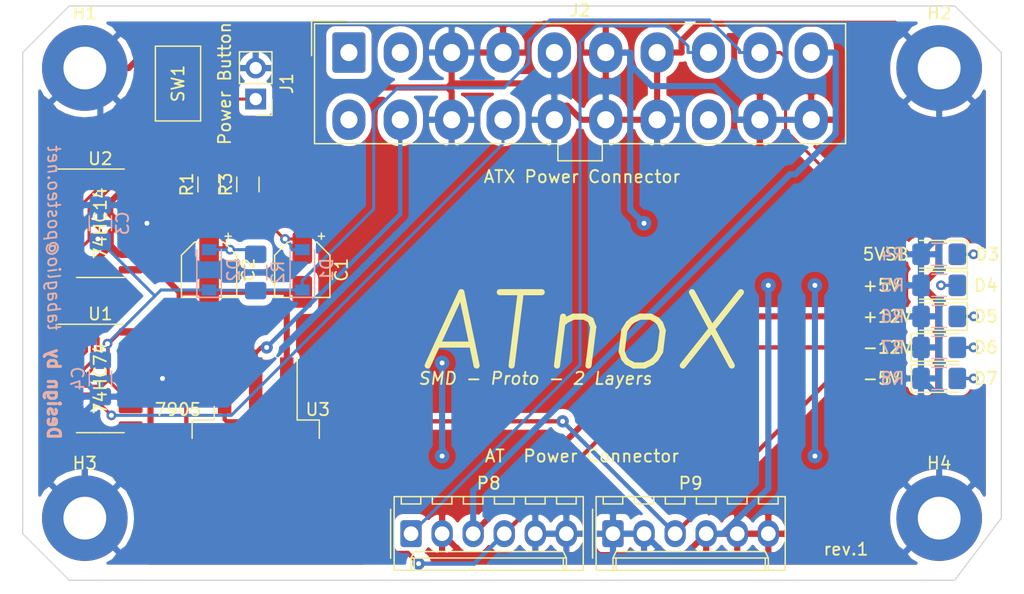
<source format=kicad_pcb>
(kicad_pcb (version 20171130) (host pcbnew "(5.1.5)-3")
  (layers (0 F.Cu signal) (31 B.Cu signal) (34 B.Paste user) (35 F.Paste user) (36 B.SilkS user) (37 F.SilkS user) (38 B.Mask user) (39 F.Mask user) (44 Edge.Cuts user))
  (net 0 "")
  (net 1 GND)
  (net 2 "Net-(C1-Pad1)")
  (net 3 "Net-(C2-Pad1)")
  (net 4 /5VSB)
  (net 5 "Net-(D3-Pad1)")
  (net 6 VCC)
  (net 7 "Net-(D4-Pad1)")
  (net 8 "Net-(D5-Pad1)")
  (net 9 "Net-(D6-Pad2)")
  (net 10 /-12V)
  (net 11 "Net-(D7-Pad2)")
  (net 12 /-5V)
  (net 13 /PWR_SW)
  (net 14 /~PS_ON)
  (net 15 /+12V)
  (net 16 /PWR_OK)
  (net 17 "Net-(U1-Pad2)")
  (net 18 "Net-(U1-Pad4)")
  (net 19 "Net-(U1-Pad3)")
  (net 20 "Net-(U2-Pad4)")
  (module Capacitor_SMD:CP_Elec_4x5.3 (layer F.Cu) (at 115.57 88.9 270)
    (fp_text reference C2 (at 0 -3.2 90) (layer F.SilkS))
    (fp_text value 10uF)
    (pad 2 smd roundrect (at 1.8 0 270) (size 2.6 1.6) (layers F.Cu F.Paste F.Mask) (roundrect_rratio 0.15625) (net 1 GND))
    (pad 1 smd roundrect (at -1.8 0 270) (size 2.6 1.6) (layers F.Cu F.Paste F.Mask) (roundrect_rratio 0.15625) (net 3 "Net-(C2-Pad1)"))
  )
  (module Capacitor_SMD:CP_Elec_4x5.3 (layer F.Cu) (at 123.19 88.9 270)
    (fp_text reference C1 (at 0 -3.2 90) (layer F.SilkS))
    (fp_text value 1uF)
    (pad 2 smd roundrect (at 1.8 0 270) (size 2.6 1.6) (layers F.Cu F.Paste F.Mask) (roundrect_rratio 0.15625) (net 1 GND))
    (pad 1 smd roundrect (at -1.8 0 270) (size 2.6 1.6) (layers F.Cu F.Paste F.Mask) (roundrect_rratio 0.15625) (net 2 "Net-(C1-Pad1)"))
  )
  (module Package_TO_SOT_SMD:TO-263-3_TabPin2 (layer F.Cu) (at 119.38 104.14 270)
    (fp_text reference U3 (at -3.81 -5.08) (layer F.SilkS))
    (fp_text value L7905)
    (pad 2 smd rect (at 3.375 0 270) (size 9.4 10.8) (layers F.Cu F.Mask) (net 10 /-12V))
    (pad 3 smd rect (at -5.775 2.54 270) (size 4.6 1.1) (layers F.Cu F.Paste F.Mask) (net 12 /-5V))
    (pad 2 smd rect (at -5.775 0 270) (size 4.6 1.1) (layers F.Cu F.Paste F.Mask) (net 10 /-12V))
    (pad 1 smd rect (at -5.775 -2.54 270) (size 4.6 1.1) (layers F.Cu F.Paste F.Mask) (net 1 GND))
  )
  (module Package_SO:SOIC-14_3.9x8.7mm_P1.27mm (layer F.Cu) (at 106.68 85.09)
    (fp_text reference U2 (at 0 -5.28) (layer F.SilkS))
    (fp_text value 74LS14)
    (pad 14 smd roundrect (at 2.475 -3.81) (size 1.95 0.6) (layers F.Cu F.Paste F.Mask) (net 4 /5VSB))
    (pad 13 smd roundrect (at 2.475 -2.54) (size 1.95 0.6) (layers F.Cu F.Paste F.Mask) (net 1 GND))
    (pad 12 smd roundrect (at 2.475 -1.27) (size 1.95 0.6) (layers F.Cu F.Paste F.Mask))
    (pad 11 smd roundrect (at 2.475 0) (size 1.95 0.6) (layers F.Cu F.Paste F.Mask) (net 1 GND))
    (pad 10 smd roundrect (at 2.475 1.27) (size 1.95 0.6) (layers F.Cu F.Paste F.Mask))
    (pad 9 smd roundrect (at 2.475 2.54) (size 1.95 0.6) (layers F.Cu F.Paste F.Mask) (net 1 GND))
    (pad 8 smd roundrect (at 2.475 3.81) (size 1.95 0.6) (layers F.Cu F.Paste F.Mask))
    (pad 7 smd roundrect (at -2.475 3.81) (size 1.95 0.6) (layers F.Cu F.Paste F.Mask) (net 1 GND))
    (pad 6 smd roundrect (at -2.475 2.54) (size 1.95 0.6) (layers F.Cu F.Paste F.Mask) (net 18 "Net-(U1-Pad4)"))
    (pad 5 smd roundrect (at -2.475 1.27) (size 1.95 0.6) (layers F.Cu F.Paste F.Mask) (net 20 "Net-(U2-Pad4)"))
    (pad 4 smd roundrect (at -2.475 0) (size 1.95 0.6) (layers F.Cu F.Paste F.Mask) (net 20 "Net-(U2-Pad4)"))
    (pad 3 smd roundrect (at -2.475 -1.27) (size 1.95 0.6) (layers F.Cu F.Paste F.Mask) (net 3 "Net-(C2-Pad1)"))
    (pad 2 smd roundrect (at -2.475 -2.54) (size 1.95 0.6) (layers F.Cu F.Paste F.Mask) (net 19 "Net-(U1-Pad3)"))
    (pad 1 smd roundrect (at -2.475 -3.81) (size 1.95 0.6) (layers F.Cu F.Paste F.Mask) (net 2 "Net-(C1-Pad1)"))
  )
  (module Package_SO:SOIC-14_3.9x8.7mm_P1.27mm (layer F.Cu) (at 106.68 97.79)
    (fp_text reference U1 (at 0 -5.28) (layer F.SilkS))
    (fp_text value 74LS74)
    (pad 14 smd roundrect (at 2.475 -3.81) (size 1.95 0.6) (layers F.Cu F.Paste F.Mask) (net 4 /5VSB))
    (pad 13 smd roundrect (at 2.475 -2.54) (size 1.95 0.6) (layers F.Cu F.Paste F.Mask) (net 1 GND))
    (pad 12 smd roundrect (at 2.475 -1.27) (size 1.95 0.6) (layers F.Cu F.Paste F.Mask) (net 1 GND))
    (pad 11 smd roundrect (at 2.475 0) (size 1.95 0.6) (layers F.Cu F.Paste F.Mask) (net 1 GND))
    (pad 10 smd roundrect (at 2.475 1.27) (size 1.95 0.6) (layers F.Cu F.Paste F.Mask) (net 4 /5VSB))
    (pad 9 smd roundrect (at 2.475 2.54) (size 1.95 0.6) (layers F.Cu F.Paste F.Mask))
    (pad 8 smd roundrect (at 2.475 3.81) (size 1.95 0.6) (layers F.Cu F.Paste F.Mask))
    (pad 7 smd roundrect (at -2.475 3.81) (size 1.95 0.6) (layers F.Cu F.Paste F.Mask) (net 1 GND))
    (pad 6 smd roundrect (at -2.475 2.54) (size 1.95 0.6) (layers F.Cu F.Paste F.Mask) (net 17 "Net-(U1-Pad2)"))
    (pad 5 smd roundrect (at -2.475 1.27) (size 1.95 0.6) (layers F.Cu F.Paste F.Mask) (net 14 /~PS_ON))
    (pad 4 smd roundrect (at -2.475 0) (size 1.95 0.6) (layers F.Cu F.Paste F.Mask) (net 18 "Net-(U1-Pad4)"))
    (pad 3 smd roundrect (at -2.475 -1.27) (size 1.95 0.6) (layers F.Cu F.Paste F.Mask) (net 19 "Net-(U1-Pad3)"))
    (pad 2 smd roundrect (at -2.475 -2.54) (size 1.95 0.6) (layers F.Cu F.Paste F.Mask) (net 17 "Net-(U1-Pad2)"))
    (pad 1 smd roundrect (at -2.475 -3.81) (size 1.95 0.6) (layers F.Cu F.Paste F.Mask) (net 4 /5VSB))
  )
  (module Button_Switch_SMD:SW_SPST_CK_RS282G05A3 (layer F.Cu) (at 113.03 73.66 270)
    (fp_text reference SW1 (at 0 0 90) (layer F.SilkS))
    (fp_text value Power)
    (pad 2 smd rect (at 3.9 0 270) (size 1.5 1.5) (layers F.Cu F.Paste F.Mask) (net 13 /PWR_SW))
    (pad 1 smd rect (at -3.9 0 270) (size 1.5 1.5) (layers F.Cu F.Paste F.Mask) (net 1 GND))
  )
  (module Resistor_SMD:R_1206_3216Metric_Pad1.42x1.75mm_HandSolder (layer B.Cu) (at 175.26 97.79)
    (fp_text reference R8 (at -3.81 0) (layer B.SilkS) (effects (justify mirror)))
    (fp_text value 680)
    (pad 2 smd roundrect (at 1.4875 0) (size 1.425 1.75) (layers B.Cu B.Paste B.Mask) (roundrect_rratio 0.175439) (net 11 "Net-(D7-Pad2)"))
    (pad 1 smd roundrect (at -1.4875 0) (size 1.425 1.75) (layers B.Cu B.Paste B.Mask) (roundrect_rratio 0.175439) (net 1 GND))
  )
  (module Resistor_SMD:R_1206_3216Metric_Pad1.42x1.75mm_HandSolder (layer B.Cu) (at 175.26 95.25)
    (fp_text reference R7 (at -3.81 0) (layer B.SilkS) (effects (justify mirror)))
    (fp_text value 2k2)
    (pad 2 smd roundrect (at 1.4875 0) (size 1.425 1.75) (layers B.Cu B.Paste B.Mask) (roundrect_rratio 0.175439) (net 9 "Net-(D6-Pad2)"))
    (pad 1 smd roundrect (at -1.4875 0) (size 1.425 1.75) (layers B.Cu B.Paste B.Mask) (roundrect_rratio 0.175439) (net 1 GND))
  )
  (module Resistor_SMD:R_1206_3216Metric_Pad1.42x1.75mm_HandSolder (layer B.Cu) (at 175.26 92.71)
    (fp_text reference R6 (at -3.81 0) (layer B.SilkS) (effects (justify mirror)))
    (fp_text value 2k2)
    (pad 2 smd roundrect (at 1.4875 0) (size 1.425 1.75) (layers B.Cu B.Paste B.Mask) (roundrect_rratio 0.175439) (net 8 "Net-(D5-Pad1)"))
    (pad 1 smd roundrect (at -1.4875 0) (size 1.425 1.75) (layers B.Cu B.Paste B.Mask) (roundrect_rratio 0.175439) (net 1 GND))
  )
  (module Resistor_SMD:R_1206_3216Metric_Pad1.42x1.75mm_HandSolder (layer B.Cu) (at 175.26 90.17)
    (fp_text reference R5 (at -3.81 0) (layer B.SilkS) (effects (justify mirror)))
    (fp_text value 470)
    (pad 2 smd roundrect (at 1.4875 0) (size 1.425 1.75) (layers B.Cu B.Paste B.Mask) (roundrect_rratio 0.175439) (net 7 "Net-(D4-Pad1)"))
    (pad 1 smd roundrect (at -1.4875 0) (size 1.425 1.75) (layers B.Cu B.Paste B.Mask) (roundrect_rratio 0.175439) (net 1 GND))
  )
  (module Resistor_SMD:R_1206_3216Metric_Pad1.42x1.75mm_HandSolder (layer B.Cu) (at 175.26 87.63)
    (fp_text reference R4 (at -3.81 0) (layer B.SilkS) (effects (justify mirror)))
    (fp_text value 680)
    (pad 2 smd roundrect (at 1.4875 0) (size 1.425 1.75) (layers B.Cu B.Paste B.Mask) (roundrect_rratio 0.175439) (net 5 "Net-(D3-Pad1)"))
    (pad 1 smd roundrect (at -1.4875 0) (size 1.425 1.75) (layers B.Cu B.Paste B.Mask) (roundrect_rratio 0.175439) (net 1 GND))
  )
  (module Resistor_SMD:R_1206_3216Metric_Pad1.42x1.75mm_HandSolder (layer F.Cu) (at 118.745 81.915 90)
    (fp_text reference R3 (at 0 -1.82 270) (layer F.SilkS))
    (fp_text value 470)
    (pad 2 smd roundrect (at 1.4875 0 90) (size 1.425 1.75) (layers F.Cu F.Paste F.Mask) (roundrect_rratio 0.175439) (net 13 /PWR_SW))
    (pad 1 smd roundrect (at -1.4875 0 90) (size 1.425 1.75) (layers F.Cu F.Paste F.Mask) (roundrect_rratio 0.175439) (net 2 "Net-(C1-Pad1)"))
  )
  (module Resistor_SMD:R_1206_3216Metric_Pad1.42x1.75mm_HandSolder (layer B.Cu) (at 119.38 89.1175 90)
    (fp_text reference R2 (at 0 1.82 90) (layer B.SilkS) (effects (justify mirror)))
    (fp_text value 10K)
    (pad 2 smd roundrect (at 1.4875 0 90) (size 1.425 1.75) (layers B.Cu B.Paste B.Mask) (roundrect_rratio 0.175439) (net 3 "Net-(C2-Pad1)"))
    (pad 1 smd roundrect (at -1.4875 0 90) (size 1.425 1.75) (layers B.Cu B.Paste B.Mask) (roundrect_rratio 0.175439) (net 4 /5VSB))
  )
  (module Resistor_SMD:R_1206_3216Metric_Pad1.42x1.75mm_HandSolder (layer F.Cu) (at 115.57 81.915 90)
    (fp_text reference R1 (at 0 -1.82 90) (layer F.SilkS))
    (fp_text value 10K)
    (pad 2 smd roundrect (at 1.4875 0 90) (size 1.425 1.75) (layers F.Cu F.Paste F.Mask) (roundrect_rratio 0.175439) (net 13 /PWR_SW))
    (pad 1 smd roundrect (at -1.4875 0 90) (size 1.425 1.75) (layers F.Cu F.Paste F.Mask) (roundrect_rratio 0.175439) (net 4 /5VSB))
  )
  (module Connector_Molex:Molex_KK-254_AE-6410-06A_1x06_P2.54mm_Vertical (layer F.Cu) (at 148.59 110.49)
    (fp_text reference P9 (at 6.35 -4.12) (layer F.SilkS))
    (fp_text value P9)
    (pad 6 thru_hole oval (at 12.7 0) (size 1.74 2.2) (drill 1.2) (layers *.Cu *.Mask) (net 6 VCC))
    (pad 5 thru_hole oval (at 10.16 0) (size 1.74 2.2) (drill 1.2) (layers *.Cu *.Mask) (net 6 VCC))
    (pad 4 thru_hole oval (at 7.62 0) (size 1.74 2.2) (drill 1.2) (layers *.Cu *.Mask) (net 6 VCC))
    (pad 3 thru_hole oval (at 5.08 0) (size 1.74 2.2) (drill 1.2) (layers *.Cu *.Mask) (net 12 /-5V))
    (pad 2 thru_hole oval (at 2.54 0) (size 1.74 2.2) (drill 1.2) (layers *.Cu *.Mask) (net 1 GND))
    (pad 1 thru_hole roundrect (at 0 0) (size 1.74 2.2) (drill 1.2) (layers *.Cu *.Mask) (roundrect_rratio 0.143678) (net 1 GND))
  )
  (module Connector_Molex:Molex_KK-254_AE-6410-06A_1x06_P2.54mm_Vertical (layer F.Cu) (at 132.08 110.49)
    (fp_text reference P8 (at 6.35 -4.12) (layer F.SilkS))
    (fp_text value P8)
    (pad 6 thru_hole oval (at 12.7 0) (size 1.74 2.2) (drill 1.2) (layers *.Cu *.Mask) (net 1 GND))
    (pad 5 thru_hole oval (at 10.16 0) (size 1.74 2.2) (drill 1.2) (layers *.Cu *.Mask) (net 1 GND))
    (pad 4 thru_hole oval (at 7.62 0) (size 1.74 2.2) (drill 1.2) (layers *.Cu *.Mask) (net 10 /-12V))
    (pad 3 thru_hole oval (at 5.08 0) (size 1.74 2.2) (drill 1.2) (layers *.Cu *.Mask) (net 15 /+12V))
    (pad 2 thru_hole oval (at 2.54 0) (size 1.74 2.2) (drill 1.2) (layers *.Cu *.Mask) (net 6 VCC))
    (pad 1 thru_hole roundrect (at 0 0) (size 1.74 2.2) (drill 1.2) (layers *.Cu *.Mask) (roundrect_rratio 0.143678) (net 16 /PWR_OK))
  )
  (module Connector_Molex:Molex_Mini-Fit_Jr_5566-20A_2x10_P4.20mm_Vertical (layer F.Cu) (at 127 71.12)
    (fp_text reference J2 (at 18.9 -3.45) (layer F.SilkS))
    (fp_text value ATX)
    (pad 20 thru_hole oval (at 37.8 5.5) (size 2.7 3.3) (drill 1.4) (layers *.Cu *.Mask) (net 6 VCC))
    (pad 19 thru_hole oval (at 33.6 5.5) (size 2.7 3.3) (drill 1.4) (layers *.Cu *.Mask) (net 6 VCC))
    (pad 18 thru_hole oval (at 29.4 5.5) (size 2.7 3.3) (drill 1.4) (layers *.Cu *.Mask))
    (pad 17 thru_hole oval (at 25.2 5.5) (size 2.7 3.3) (drill 1.4) (layers *.Cu *.Mask) (net 1 GND))
    (pad 16 thru_hole oval (at 21 5.5) (size 2.7 3.3) (drill 1.4) (layers *.Cu *.Mask) (net 1 GND))
    (pad 15 thru_hole oval (at 16.8 5.5) (size 2.7 3.3) (drill 1.4) (layers *.Cu *.Mask) (net 1 GND))
    (pad 14 thru_hole oval (at 12.6 5.5) (size 2.7 3.3) (drill 1.4) (layers *.Cu *.Mask) (net 14 /~PS_ON))
    (pad 13 thru_hole oval (at 8.4 5.5) (size 2.7 3.3) (drill 1.4) (layers *.Cu *.Mask) (net 1 GND))
    (pad 12 thru_hole oval (at 4.2 5.5) (size 2.7 3.3) (drill 1.4) (layers *.Cu *.Mask) (net 10 /-12V))
    (pad 11 thru_hole oval (at 0 5.5) (size 2.7 3.3) (drill 1.4) (layers *.Cu *.Mask))
    (pad 10 thru_hole oval (at 37.8 0) (size 2.7 3.3) (drill 1.4) (layers *.Cu *.Mask) (net 15 /+12V))
    (pad 9 thru_hole oval (at 33.6 0) (size 2.7 3.3) (drill 1.4) (layers *.Cu *.Mask) (net 4 /5VSB))
    (pad 8 thru_hole oval (at 29.4 0) (size 2.7 3.3) (drill 1.4) (layers *.Cu *.Mask) (net 16 /PWR_OK))
    (pad 7 thru_hole oval (at 25.2 0) (size 2.7 3.3) (drill 1.4) (layers *.Cu *.Mask) (net 1 GND))
    (pad 6 thru_hole oval (at 21 0) (size 2.7 3.3) (drill 1.4) (layers *.Cu *.Mask) (net 6 VCC))
    (pad 5 thru_hole oval (at 16.8 0) (size 2.7 3.3) (drill 1.4) (layers *.Cu *.Mask) (net 1 GND))
    (pad 4 thru_hole oval (at 12.6 0) (size 2.7 3.3) (drill 1.4) (layers *.Cu *.Mask) (net 6 VCC))
    (pad 3 thru_hole oval (at 8.4 0) (size 2.7 3.3) (drill 1.4) (layers *.Cu *.Mask) (net 1 GND))
    (pad 2 thru_hole oval (at 4.2 0) (size 2.7 3.3) (drill 1.4) (layers *.Cu *.Mask))
    (pad 1 thru_hole roundrect (at 0 0) (size 2.7 3.3) (drill 1.4) (layers *.Cu *.Mask) (roundrect_rratio 0.09259299999999999))
  )
  (module Connector_PinHeader_2.54mm:PinHeader_1x02_P2.54mm_Vertical (layer F.Cu) (at 119.38 74.93 180)
    (fp_text reference J1 (at -2.54 1.27 90) (layer F.SilkS))
    (fp_text value EXT_PWR_SW)
    (pad 2 thru_hole oval (at 0 2.54 180) (size 1.7 1.7) (drill 1) (layers *.Cu *.Mask) (net 1 GND))
    (pad 1 thru_hole rect (at 0 0 180) (size 1.7 1.7) (drill 1) (layers *.Cu *.Mask) (net 13 /PWR_SW))
  )
  (module MountingHole:MountingHole_3.5mm_Pad (layer F.Cu) (at 175.26 109.22)
    (fp_text reference H4 (at 0 -4.5) (layer F.SilkS))
    (fp_text value MountingHole_Pad)
    (pad 1 thru_hole circle (at 0 0) (size 7 7) (drill 3.5) (layers *.Cu *.Mask) (net 1 GND))
  )
  (module MountingHole:MountingHole_3.5mm_Pad (layer F.Cu) (at 105.41 109.22)
    (fp_text reference H3 (at 0 -4.5) (layer F.SilkS))
    (fp_text value MountingHole_Pad)
    (pad 1 thru_hole circle (at 0 0) (size 7 7) (drill 3.5) (layers *.Cu *.Mask) (net 1 GND))
  )
  (module MountingHole:MountingHole_3.5mm_Pad (layer F.Cu) (at 175.26 72.39)
    (fp_text reference H2 (at 0 -4.5) (layer F.SilkS))
    (fp_text value MountingHole_Pad)
    (pad 1 thru_hole circle (at 0 0) (size 7 7) (drill 3.5) (layers *.Cu *.Mask) (net 1 GND))
  )
  (module MountingHole:MountingHole_3.5mm_Pad (layer F.Cu) (at 105.41 72.39)
    (fp_text reference H1 (at 0 -4.5) (layer F.SilkS))
    (fp_text value MountingHole_Pad)
    (pad 1 thru_hole circle (at 0 0) (size 7 7) (drill 3.5) (layers *.Cu *.Mask) (net 1 GND))
  )
  (module LED_SMD:LED_1206_3216Metric (layer F.Cu) (at 175.26 97.79)
    (fp_text reference D7 (at 3.81 0) (layer F.SilkS))
    (fp_text value -5V)
    (pad 2 smd roundrect (at 1.4 0) (size 1.25 1.75) (layers F.Cu F.Paste F.Mask) (roundrect_rratio 0.2) (net 11 "Net-(D7-Pad2)"))
    (pad 1 smd roundrect (at -1.4 0) (size 1.25 1.75) (layers F.Cu F.Paste F.Mask) (roundrect_rratio 0.2) (net 12 /-5V))
  )
  (module LED_SMD:LED_1206_3216Metric (layer F.Cu) (at 175.26 95.25)
    (fp_text reference D6 (at 3.81 0) (layer F.SilkS))
    (fp_text value -12V)
    (pad 2 smd roundrect (at 1.4 0) (size 1.25 1.75) (layers F.Cu F.Paste F.Mask) (roundrect_rratio 0.2) (net 9 "Net-(D6-Pad2)"))
    (pad 1 smd roundrect (at -1.4 0) (size 1.25 1.75) (layers F.Cu F.Paste F.Mask) (roundrect_rratio 0.2) (net 10 /-12V))
  )
  (module LED_SMD:LED_1206_3216Metric (layer F.Cu) (at 175.26 92.71 180)
    (fp_text reference D5 (at -3.81 0) (layer F.SilkS))
    (fp_text value +12V)
    (pad 2 smd roundrect (at 1.4 0 180) (size 1.25 1.75) (layers F.Cu F.Paste F.Mask) (roundrect_rratio 0.2) (net 15 /+12V))
    (pad 1 smd roundrect (at -1.4 0 180) (size 1.25 1.75) (layers F.Cu F.Paste F.Mask) (roundrect_rratio 0.2) (net 8 "Net-(D5-Pad1)"))
  )
  (module LED_SMD:LED_1206_3216Metric (layer F.Cu) (at 175.26 90.17 180)
    (fp_text reference D4 (at -3.81 0) (layer F.SilkS))
    (fp_text value +5V)
    (pad 2 smd roundrect (at 1.4 0 180) (size 1.25 1.75) (layers F.Cu F.Paste F.Mask) (roundrect_rratio 0.2) (net 6 VCC))
    (pad 1 smd roundrect (at -1.4 0 180) (size 1.25 1.75) (layers F.Cu F.Paste F.Mask) (roundrect_rratio 0.2) (net 7 "Net-(D4-Pad1)"))
  )
  (module LED_SMD:LED_1206_3216Metric (layer F.Cu) (at 175.26 87.63 180)
    (fp_text reference D3 (at -3.94 0) (layer F.SilkS))
    (fp_text value 5VSB)
    (pad 2 smd roundrect (at 1.4 0 180) (size 1.25 1.75) (layers F.Cu F.Paste F.Mask) (roundrect_rratio 0.2) (net 4 /5VSB))
    (pad 1 smd roundrect (at -1.4 0 180) (size 1.25 1.75) (layers F.Cu F.Paste F.Mask) (roundrect_rratio 0.2) (net 5 "Net-(D3-Pad1)"))
  )
  (module Diode_SMD:D_SOD-123 (layer B.Cu) (at 115.57 88.9 90)
    (fp_text reference D2 (at 0 2 90) (layer B.SilkS) (effects (justify mirror)))
    (fp_text value 1N4148)
    (pad 2 smd rect (at 1.65 0 90) (size 0.9 1.2) (layers B.Cu B.Paste B.Mask) (net 3 "Net-(C2-Pad1)"))
    (pad 1 smd rect (at -1.65 0 90) (size 0.9 1.2) (layers B.Cu B.Paste B.Mask) (net 4 /5VSB))
  )
  (module Diode_SMD:D_SOD-123 (layer B.Cu) (at 123.19 88.9 90)
    (fp_text reference D1 (at 0 2 90) (layer B.SilkS) (effects (justify mirror)))
    (fp_text value 1N4148)
    (pad 2 smd rect (at 1.65 0 90) (size 0.9 1.2) (layers B.Cu B.Paste B.Mask) (net 2 "Net-(C1-Pad1)"))
    (pad 1 smd rect (at -1.65 0 90) (size 0.9 1.2) (layers B.Cu B.Paste B.Mask) (net 4 /5VSB))
  )
  (module Capacitor_SMD:C_1206_3216Metric_Pad1.42x1.75mm_HandSolder (layer B.Cu) (at 106.68 97.79 270)
    (fp_text reference C4 (at 0 1.82 270) (layer B.SilkS) (effects (justify mirror)))
    (fp_text value 100nF)
    (pad 2 smd roundrect (at 1.4875 0 270) (size 1.425 1.75) (layers B.Cu B.Paste B.Mask) (roundrect_rratio 0.175439) (net 1 GND))
    (pad 1 smd roundrect (at -1.4875 0 270) (size 1.425 1.75) (layers B.Cu B.Paste B.Mask) (roundrect_rratio 0.175439) (net 4 /5VSB))
  )
  (module Capacitor_SMD:C_1206_3216Metric_Pad1.42x1.75mm_HandSolder (layer B.Cu) (at 106.68 85.09 90)
    (fp_text reference C3 (at 0 1.82 -90) (layer B.SilkS) (effects (justify mirror)))
    (fp_text value 100nF)
    (pad 2 smd roundrect (at 1.4875 0 90) (size 1.425 1.75) (layers B.Cu B.Paste B.Mask) (roundrect_rratio 0.175439) (net 1 GND))
    (pad 1 smd roundrect (at -1.4875 0 90) (size 1.425 1.75) (layers B.Cu B.Paste B.Mask) (roundrect_rratio 0.175439) (net 4 /5VSB))
  )
  (gr_text rev.1 (at 167.64 111.76) (layer F.SilkS) (effects (font (size 1 1))))
  (gr_text tabaglio@posteo.net (at 102.87 86.36 270) (layer B.SilkS) (effects (font (size 1 1) (thickness 0.15) italic) (justify mirror)))
  (gr_text "Design by" (at 102.87 99.06 270) (layer B.SilkS) (effects (font (size 1 1) (thickness 0.25)) (justify mirror)))
  (gr_text "SMD - Proto - 2 Layers" (at 142.24 97.79) (layer F.SilkS) (effects (font (size 1 1) (thickness 0.15) italic)))
  (gr_text ATnoX (at 146.05 93.98) (layer F.SilkS) (effects (font (size 6 6) (thickness 0.5) italic)))
  (gr_text 7905 (at 113.03 100.33) (layer F.SilkS) (effects (font (size 1 1))))
  (gr_text 74HC74 (at 106.68 97.79 90) (layer F.SilkS) (effects (font (size 1 1))))
  (gr_text 74HC14 (at 106.68 85.09 90) (layer F.SilkS) (effects (font (size 1 1))))
  (gr_text "Power Button" (at 116.84 73.66 90) (layer F.SilkS) (effects (font (size 1 1))))
  (gr_text -5V (at 168.91 97.79) (layer F.SilkS) (effects (font (size 1 1)) (justify left)))
  (gr_text -12V (at 168.91 95.25) (layer F.SilkS) (effects (font (size 1 1)) (justify left)))
  (gr_text +12V (at 168.91 92.71) (layer F.SilkS) (effects (font (size 1 1)) (justify left)))
  (gr_text +5V (at 168.91 90.17) (layer F.SilkS) (effects (font (size 1 1)) (justify left)))
  (gr_text 5VSB (at 168.91 87.63) (layer F.SilkS) (effects (font (size 1 1)) (justify left)))
  (gr_text "ATX Power Connector" (at 146.05 81.28) (layer F.SilkS) (effects (font (size 1 1))))
  (gr_text "AT  Power Connector" (at 146.05 104.14) (layer F.SilkS) (effects (font (size 1 1))))
  (gr_line (start 176.53 114.3) (end 180.34 109.22) (layer Edge.Cuts) (width 0.1))
  (gr_line (start 180.34 107.95) (end 180.34 109.22) (layer Edge.Cuts) (width 0.1))
  (gr_line (start 180.34 71.12) (end 180.34 107.95) (layer Edge.Cuts) (width 0.1))
  (gr_line (start 176.53 67.31) (end 180.34 71.12) (layer Edge.Cuts) (width 0.1))
  (gr_line (start 104.14 114.3) (end 176.53 114.3) (layer Edge.Cuts) (width 0.1))
  (gr_line (start 104.14 67.31) (end 176.53 67.31) (layer Edge.Cuts) (width 0.1))
  (gr_line (start 100.33 71.12) (end 104.14 67.31) (layer Edge.Cuts) (width 0.1))
  (gr_line (start 100.33 110.49) (end 104.14 114.3) (layer Edge.Cuts) (width 0.1))
  (gr_line (start 100.33 109.22) (end 100.33 110.49) (layer Edge.Cuts) (width 0.1))
  (gr_line (start 100.33 72.39) (end 100.33 71.12) (layer Edge.Cuts) (width 0.1))
  (gr_line (start 100.33 72.39) (end 100.33 109.22) (layer Edge.Cuts) (width 0.1))
  (segment (start 105.41 102.5966) (end 110.3269 102.5966) (width 0.5) (layer F.Cu) (net 1))
  (segment (start 110.3269 102.5966) (end 110.7827 102.1408) (width 0.5) (layer F.Cu) (net 1))
  (segment (start 110.7827 102.1408) (end 110.7827 98.5716) (width 0.5) (layer F.Cu) (net 1))
  (segment (start 110.7827 98.5716) (end 110.0011 97.79) (width 0.5) (layer F.Cu) (net 1))
  (segment (start 110.0011 97.79) (end 109.155 97.79) (width 0.5) (layer F.Cu) (net 1))
  (segment (start 104.205 101.6) (end 105.2016 102.5966) (width 0.5) (layer F.Cu) (net 1))
  (segment (start 105.2016 102.5966) (end 105.41 102.5966) (width 0.5) (layer F.Cu) (net 1))
  (segment (start 105.41 109.22) (end 105.41 102.5966) (width 0.5) (layer F.Cu) (net 1))
  (segment (start 113.03 69.76) (end 111.6297 69.76) (width 0.5) (layer F.Cu) (net 1))
  (segment (start 105.41 72.39) (end 108.9997 72.39) (width 0.5) (layer F.Cu) (net 1))
  (segment (start 108.9997 72.39) (end 111.6297 69.76) (width 0.5) (layer F.Cu) (net 1))
  (segment (start 175.26 109.22) (end 172.2341 112.2459) (width 0.5) (layer B.Cu) (net 1))
  (segment (start 172.2341 112.2459) (end 152.8859 112.2459) (width 0.5) (layer B.Cu) (net 1))
  (segment (start 152.8859 112.2459) (end 151.13 110.49) (width 0.5) (layer B.Cu) (net 1))
  (segment (start 173.7725 97.79) (end 175.26 99.2775) (width 0.5) (layer B.Cu) (net 1))
  (segment (start 175.26 99.2775) (end 175.26 109.22) (width 0.5) (layer B.Cu) (net 1))
  (segment (start 107.529 86.9187) (end 107.529 85.8014) (width 0.5) (layer F.Cu) (net 1))
  (segment (start 107.529 85.8014) (end 108.2404 85.09) (width 0.5) (layer F.Cu) (net 1))
  (segment (start 109.155 87.63) (end 108.2403 87.63) (width 0.5) (layer F.Cu) (net 1))
  (segment (start 108.2403 87.63) (end 107.529 86.9187) (width 0.5) (layer F.Cu) (net 1))
  (segment (start 104.205 88.9) (end 105.5477 88.9) (width 0.5) (layer F.Cu) (net 1))
  (segment (start 105.5477 88.9) (end 107.529 86.9187) (width 0.5) (layer F.Cu) (net 1))
  (segment (start 108.2404 85.09) (end 109.155 85.09) (width 0.5) (layer F.Cu) (net 1))
  (segment (start 109.155 82.55) (end 108.3058 82.55) (width 0.5) (layer F.Cu) (net 1))
  (segment (start 108.3058 82.55) (end 107.4912 83.3646) (width 0.5) (layer F.Cu) (net 1))
  (segment (start 107.4912 83.3646) (end 107.4912 84.3408) (width 0.5) (layer F.Cu) (net 1))
  (segment (start 107.4912 84.3408) (end 108.2404 85.09) (width 0.5) (layer F.Cu) (net 1))
  (segment (start 113.1592 90.7484) (end 110.0408 87.63) (width 0.5) (layer F.Cu) (net 1))
  (segment (start 110.0408 87.63) (end 109.155 87.63) (width 0.5) (layer F.Cu) (net 1))
  (segment (start 106.68 99.2775) (end 105.41 100.5475) (width 0.5) (layer B.Cu) (net 1))
  (segment (start 105.41 100.5475) (end 105.41 109.22) (width 0.5) (layer B.Cu) (net 1))
  (segment (start 106.68 83.6025) (end 105.1206 85.1619) (width 0.5) (layer B.Cu) (net 1))
  (segment (start 105.1206 85.1619) (end 105.1206 97.7181) (width 0.5) (layer B.Cu) (net 1))
  (segment (start 105.1206 97.7181) (end 106.68 99.2775) (width 0.5) (layer B.Cu) (net 1))
  (segment (start 109.155 95.25) (end 110.0875 95.25) (width 0.5) (layer F.Cu) (net 1))
  (segment (start 110.0875 95.25) (end 113.1592 92.1783) (width 0.5) (layer F.Cu) (net 1))
  (segment (start 113.1592 92.1783) (end 113.1592 90.7484) (width 0.5) (layer F.Cu) (net 1))
  (segment (start 115.57 90.7) (end 115.5216 90.7484) (width 0.5) (layer F.Cu) (net 1))
  (segment (start 115.5216 90.7484) (end 113.1592 90.7484) (width 0.5) (layer F.Cu) (net 1))
  (segment (start 105.41 72.39) (end 106.68 73.66) (width 0.5) (layer B.Cu) (net 1))
  (segment (start 106.68 73.66) (end 106.68 83.6025) (width 0.5) (layer B.Cu) (net 1))
  (segment (start 148 76.62) (end 145.9997 76.62) (width 0.5) (layer F.Cu) (net 1))
  (segment (start 143.8 75.4698) (end 144.8495 75.4698) (width 0.5) (layer F.Cu) (net 1))
  (segment (start 144.8495 75.4698) (end 145.9997 76.62) (width 0.5) (layer F.Cu) (net 1))
  (segment (start 143.8 75.4698) (end 143.8 74.3197) (width 0.5) (layer F.Cu) (net 1))
  (segment (start 143.8 76.62) (end 143.8 75.4698) (width 0.5) (layer F.Cu) (net 1))
  (segment (start 152.2 76.62) (end 148 76.62) (width 0.5) (layer F.Cu) (net 1))
  (segment (start 143.3503 73.87) (end 143.8 73.4203) (width 0.5) (layer F.Cu) (net 1))
  (segment (start 135.4 73.6451) (end 143.1254 73.6451) (width 0.5) (layer F.Cu) (net 1))
  (segment (start 143.1254 73.6451) (end 143.3503 73.87) (width 0.5) (layer F.Cu) (net 1))
  (segment (start 143.3503 73.87) (end 143.8 74.3197) (width 0.5) (layer F.Cu) (net 1))
  (segment (start 143.8 71.12) (end 143.8 73.4203) (width 0.5) (layer F.Cu) (net 1))
  (segment (start 135.0627 73.9824) (end 135.4 74.3197) (width 0.5) (layer F.Cu) (net 1))
  (segment (start 120.8803 72.39) (end 122.4727 73.9824) (width 0.5) (layer F.Cu) (net 1))
  (segment (start 122.4727 73.9824) (end 135.0627 73.9824) (width 0.5) (layer F.Cu) (net 1))
  (segment (start 135.0627 73.9824) (end 135.4 73.6451) (width 0.5) (layer F.Cu) (net 1))
  (segment (start 135.4 73.6451) (end 135.4 73.4203) (width 0.5) (layer F.Cu) (net 1))
  (segment (start 135.4 76.62) (end 135.4 74.3197) (width 0.5) (layer F.Cu) (net 1))
  (segment (start 135.4 71.12) (end 135.4 73.4203) (width 0.5) (layer F.Cu) (net 1))
  (segment (start 119.38 72.39) (end 120.8803 72.39) (width 0.5) (layer F.Cu) (net 1))
  (segment (start 114.4303 69.76) (end 117.0603 72.39) (width 0.5) (layer F.Cu) (net 1))
  (segment (start 117.0603 72.39) (end 119.38 72.39) (width 0.5) (layer F.Cu) (net 1))
  (segment (start 148.59 110.49) (end 144.78 110.49) (width 0.5) (layer F.Cu) (net 1))
  (segment (start 151.13 110.49) (end 148.59 110.49) (width 0.5) (layer F.Cu) (net 1))
  (segment (start 144.78 110.49) (end 142.24 110.49) (width 0.5) (layer F.Cu) (net 1))
  (segment (start 121.92 90.7) (end 123.19 90.7) (width 0.5) (layer F.Cu) (net 1))
  (segment (start 115.57 90.7) (end 121.92 90.7) (width 0.5) (layer F.Cu) (net 1))
  (segment (start 121.92 90.7) (end 121.92 95.4147) (width 0.5) (layer F.Cu) (net 1))
  (segment (start 121.92 98.365) (end 121.92 95.4147) (width 0.5) (layer F.Cu) (net 1))
  (segment (start 109.155 97.79) (end 109.155 96.52) (width 0.5) (layer F.Cu) (net 1))
  (segment (start 109.155 96.52) (end 109.155 95.25) (width 0.5) (layer F.Cu) (net 1))
  (segment (start 152.2 71.12) (end 154.2003 71.12) (width 0.5) (layer F.Cu) (net 1))
  (segment (start 175.26 72.39) (end 171.634 68.764) (width 0.5) (layer F.Cu) (net 1))
  (segment (start 171.634 68.764) (end 155.5686 68.764) (width 0.5) (layer F.Cu) (net 1))
  (segment (start 155.5686 68.764) (end 154.2003 70.1323) (width 0.5) (layer F.Cu) (net 1))
  (segment (start 154.2003 70.1323) (end 154.2003 71.12) (width 0.5) (layer F.Cu) (net 1))
  (segment (start 173.7725 95.25) (end 173.7725 97.79) (width 0.5) (layer B.Cu) (net 1))
  (segment (start 173.7725 92.71) (end 173.7725 95.25) (width 0.5) (layer B.Cu) (net 1))
  (segment (start 173.7725 90.17) (end 173.7725 92.71) (width 0.5) (layer B.Cu) (net 1))
  (segment (start 173.7725 87.63) (end 173.7725 90.17) (width 0.5) (layer B.Cu) (net 1))
  (segment (start 175.26 72.39) (end 175.26 86.1425) (width 0.5) (layer B.Cu) (net 1))
  (segment (start 175.26 86.1425) (end 173.7725 87.63) (width 0.5) (layer B.Cu) (net 1))
  (segment (start 152.2 71.12) (end 152.2 76.62) (width 0.5) (layer F.Cu) (net 1))
  (segment (start 113.03 69.76) (end 114.4303 69.76) (width 0.5) (layer F.Cu) (net 1))
  (segment (start 109.155 85.09) (end 110.49 85.09) (width 0.5) (layer F.Cu) (net 1))
  (via (at 110.49 85.09) (size 1.2) (drill 0.4) (layers F.Cu B.Cu) (net 1))
  (via (at 111.76 97.79) (size 1.2) (drill 0.4) (layers F.Cu B.Cu) (net 1))
  (segment (start 110.7827 98.5716) (end 110.9784 98.5716) (width 0.5) (layer F.Cu) (net 1))
  (segment (start 110.9784 98.5716) (end 111.76 97.79) (width 0.5) (layer F.Cu) (net 1))
  (segment (start 121.7796 86.3737) (end 121.7162 86.3737) (width 0.25) (layer F.Cu) (net 2))
  (segment (start 121.7162 86.3737) (end 118.745 83.4025) (width 0.25) (layer F.Cu) (net 2))
  (segment (start 123.19 87.1) (end 122.4637 86.3737) (width 0.25) (layer F.Cu) (net 2))
  (segment (start 122.4637 86.3737) (end 121.7796 86.3737) (width 0.25) (layer F.Cu) (net 2))
  (segment (start 118.745 83.4025) (end 116.9456 81.6031) (width 0.25) (layer F.Cu) (net 2))
  (segment (start 116.9456 81.6031) (end 114.8435 81.6031) (width 0.25) (layer F.Cu) (net 2))
  (segment (start 114.8435 81.6031) (end 113.4064 80.166) (width 0.25) (layer F.Cu) (net 2))
  (segment (start 113.4064 80.166) (end 105.319 80.166) (width 0.25) (layer F.Cu) (net 2))
  (segment (start 105.319 80.166) (end 104.205 81.28) (width 0.25) (layer F.Cu) (net 2))
  (segment (start 123.19 87.25) (end 122.2647 87.25) (width 0.25) (layer B.Cu) (net 2))
  (segment (start 122.2647 87.25) (end 122.2647 86.8588) (width 0.25) (layer B.Cu) (net 2))
  (segment (start 122.2647 86.8588) (end 121.7796 86.3737) (width 0.25) (layer B.Cu) (net 2))
  (via (at 121.7796 86.3737) (size 0.8) (layers F.Cu B.Cu) (net 2))
  (segment (start 116.7963 87.1) (end 117.135 87.1) (width 0.25) (layer F.Cu) (net 3))
  (segment (start 117.135 87.1) (end 117.285 87.25) (width 0.25) (layer F.Cu) (net 3))
  (segment (start 116.7963 87.1) (end 116.7963 82.664) (width 0.25) (layer F.Cu) (net 3))
  (segment (start 116.7963 82.664) (end 116.4697 82.3374) (width 0.25) (layer F.Cu) (net 3))
  (segment (start 116.4697 82.3374) (end 114.8231 82.3374) (width 0.25) (layer F.Cu) (net 3))
  (segment (start 114.8231 82.3374) (end 113.102 80.6163) (width 0.25) (layer F.Cu) (net 3))
  (segment (start 113.102 80.6163) (end 108.1144 80.6163) (width 0.25) (layer F.Cu) (net 3))
  (segment (start 108.1144 80.6163) (end 104.9107 83.82) (width 0.25) (layer F.Cu) (net 3))
  (segment (start 104.9107 83.82) (end 104.205 83.82) (width 0.25) (layer F.Cu) (net 3))
  (segment (start 116.7963 87.1) (end 115.57 87.1) (width 0.25) (layer F.Cu) (net 3))
  (segment (start 117.285 87.25) (end 119 87.25) (width 0.25) (layer B.Cu) (net 3))
  (segment (start 119 87.25) (end 119.38 87.63) (width 0.25) (layer B.Cu) (net 3))
  (segment (start 115.57 87.25) (end 117.285 87.25) (width 0.25) (layer B.Cu) (net 3))
  (via (at 117.285 87.25) (size 0.8) (layers F.Cu B.Cu) (net 3))
  (segment (start 123.19 90.55) (end 123.19 89.7747) (width 0.25) (layer B.Cu) (net 4))
  (segment (start 123.19 89.7747) (end 129.0293 83.9354) (width 0.25) (layer B.Cu) (net 4))
  (segment (start 129.0293 83.9354) (end 129.0293 75.9601) (width 0.25) (layer B.Cu) (net 4))
  (segment (start 129.0293 75.9601) (end 130.978 74.0114) (width 0.25) (layer B.Cu) (net 4))
  (segment (start 130.978 74.0114) (end 139.6854 74.0114) (width 0.25) (layer B.Cu) (net 4))
  (segment (start 139.6854 74.0114) (end 141.7 71.9968) (width 0.25) (layer B.Cu) (net 4))
  (segment (start 141.7 71.9968) (end 141.7 70.1845) (width 0.25) (layer B.Cu) (net 4))
  (segment (start 141.7 70.1845) (end 143.4298 68.4547) (width 0.25) (layer B.Cu) (net 4))
  (segment (start 143.4298 68.4547) (end 156.4688 68.4547) (width 0.25) (layer B.Cu) (net 4))
  (segment (start 156.4688 68.4547) (end 158.9247 70.9106) (width 0.25) (layer B.Cu) (net 4))
  (segment (start 158.9247 70.9106) (end 158.9247 71.12) (width 0.25) (layer B.Cu) (net 4))
  (segment (start 123.19 90.55) (end 119.4212 90.55) (width 0.25) (layer B.Cu) (net 4))
  (segment (start 119.4212 90.55) (end 119.38 90.5912) (width 0.25) (layer B.Cu) (net 4))
  (segment (start 160.6 71.12) (end 158.9247 71.12) (width 0.25) (layer B.Cu) (net 4))
  (segment (start 107.324 97.9226) (end 108.4614 99.06) (width 0.25) (layer F.Cu) (net 4))
  (segment (start 108.4614 99.06) (end 109.155 99.06) (width 0.25) (layer F.Cu) (net 4))
  (segment (start 107.324 95.0032) (end 107.324 97.9226) (width 0.25) (layer F.Cu) (net 4))
  (segment (start 107.324 97.9226) (end 106.8216 98.425) (width 0.25) (layer F.Cu) (net 4))
  (segment (start 106.8216 98.425) (end 103.1134 98.425) (width 0.25) (layer F.Cu) (net 4))
  (segment (start 103.1134 98.425) (end 102.8545 98.1661) (width 0.25) (layer F.Cu) (net 4))
  (segment (start 102.8545 98.1661) (end 102.8545 97.4862) (width 0.25) (layer F.Cu) (net 4))
  (segment (start 102.8545 97.4862) (end 103.1841 97.1566) (width 0.25) (layer F.Cu) (net 4))
  (segment (start 103.1841 97.1566) (end 105.2185 97.1566) (width 0.25) (layer F.Cu) (net 4))
  (segment (start 105.2185 97.1566) (end 106.0134 96.3617) (width 0.25) (layer F.Cu) (net 4))
  (segment (start 106.0134 96.3617) (end 106.0134 94.7124) (width 0.25) (layer F.Cu) (net 4))
  (segment (start 106.0134 94.7124) (end 105.281 93.98) (width 0.25) (layer F.Cu) (net 4))
  (segment (start 105.281 93.98) (end 104.205 93.98) (width 0.25) (layer F.Cu) (net 4))
  (segment (start 107.2649 94.9441) (end 107.2649 94.9187) (width 0.25) (layer B.Cu) (net 4))
  (segment (start 107.2649 94.9187) (end 111.1431 91.0405) (width 0.25) (layer B.Cu) (net 4))
  (segment (start 106.68 96.3025) (end 107.2649 95.7176) (width 0.25) (layer B.Cu) (net 4))
  (segment (start 107.2649 95.7176) (end 107.2649 94.9441) (width 0.25) (layer B.Cu) (net 4))
  (segment (start 109.155 81.28) (end 108.4295 81.28) (width 0.25) (layer F.Cu) (net 4))
  (segment (start 108.4295 81.28) (end 105.759 83.9505) (width 0.25) (layer F.Cu) (net 4))
  (segment (start 105.759 83.9505) (end 105.759 86.4649) (width 0.25) (layer F.Cu) (net 4))
  (segment (start 105.759 86.4649) (end 105.2289 86.995) (width 0.25) (layer F.Cu) (net 4))
  (segment (start 105.2289 86.995) (end 103.167 86.995) (width 0.25) (layer F.Cu) (net 4))
  (segment (start 103.167 86.995) (end 102.2481 87.9139) (width 0.25) (layer F.Cu) (net 4))
  (segment (start 102.2481 87.9139) (end 102.2481 92.0231) (width 0.25) (layer F.Cu) (net 4))
  (segment (start 102.2481 92.0231) (end 104.205 93.98) (width 0.25) (layer F.Cu) (net 4))
  (segment (start 107.324 95.0032) (end 107.2649 94.9441) (width 0.25) (layer F.Cu) (net 4))
  (segment (start 107.324 95.0032) (end 108.3472 93.98) (width 0.25) (layer F.Cu) (net 4))
  (segment (start 108.3472 93.98) (end 109.155 93.98) (width 0.25) (layer F.Cu) (net 4))
  (segment (start 115.57 90.55) (end 116.4953 90.55) (width 0.25) (layer B.Cu) (net 4))
  (segment (start 119.38 90.5912) (end 116.5365 90.5912) (width 0.25) (layer B.Cu) (net 4))
  (segment (start 116.5365 90.5912) (end 116.4953 90.55) (width 0.25) (layer B.Cu) (net 4))
  (segment (start 119.38 90.5912) (end 119.38 90.605) (width 0.25) (layer B.Cu) (net 4))
  (segment (start 109.155 81.28) (end 111.0725 81.28) (width 0.25) (layer F.Cu) (net 4))
  (segment (start 111.0725 81.28) (end 113.195 83.4025) (width 0.25) (layer F.Cu) (net 4))
  (segment (start 113.195 83.4025) (end 115.57 83.4025) (width 0.25) (layer F.Cu) (net 4))
  (segment (start 115.57 90.55) (end 111.6336 90.55) (width 0.25) (layer B.Cu) (net 4))
  (segment (start 111.6336 90.55) (end 111.1431 91.0405) (width 0.25) (layer B.Cu) (net 4))
  (segment (start 106.68 86.5775) (end 111.1431 91.0405) (width 0.25) (layer B.Cu) (net 4))
  (segment (start 160.6 71.12) (end 162.2753 71.12) (width 0.25) (layer F.Cu) (net 4))
  (segment (start 162.2753 71.12) (end 162.7 71.5447) (width 0.25) (layer F.Cu) (net 4))
  (segment (start 162.7 71.5447) (end 162.7 77.4874) (width 0.25) (layer F.Cu) (net 4))
  (segment (start 162.7 77.4874) (end 172.8426 87.63) (width 0.25) (layer F.Cu) (net 4))
  (segment (start 172.8426 87.63) (end 173.86 87.63) (width 0.25) (layer F.Cu) (net 4))
  (via (at 107.2649 94.9441) (size 0.8) (layers F.Cu B.Cu) (net 4))
  (segment (start 105.759 84.741) (end 106.68 85.662) (width 0.25) (layer F.Cu) (net 4))
  (segment (start 105.759 83.9505) (end 105.759 84.741) (width 0.25) (layer F.Cu) (net 4))
  (segment (start 106.68 85.662) (end 106.68 86.36) (width 0.25) (layer F.Cu) (net 4))
  (via (at 106.479 86.378531) (size 0.8) (drill 0.4) (layers F.Cu B.Cu) (net 4))
  (segment (start 106.68 86.36) (end 106.497531 86.36) (width 0.25) (layer F.Cu) (net 4))
  (segment (start 106.497531 86.36) (end 106.479 86.378531) (width 0.25) (layer F.Cu) (net 4))
  (segment (start 176.66 87.63) (end 178.0677 87.63) (width 0.25) (layer F.Cu) (net 5))
  (segment (start 176.7475 87.63) (end 178.0677 87.63) (width 0.25) (layer B.Cu) (net 5))
  (via (at 178.0677 87.63) (size 0.8) (layers F.Cu B.Cu) (net 5))
  (segment (start 164.8 76.62) (end 160.6 76.62) (width 0.5) (layer B.Cu) (net 6))
  (segment (start 166.8003 76.62) (end 175.1929 85.0126) (width 0.5) (layer F.Cu) (net 6))
  (segment (start 175.1929 85.0126) (end 175.1929 88.8371) (width 0.5) (layer F.Cu) (net 6))
  (segment (start 175.1929 88.8371) (end 173.86 90.17) (width 0.5) (layer F.Cu) (net 6))
  (segment (start 161.29 110.49) (end 158.75 110.49) (width 0.5) (layer F.Cu) (net 6))
  (segment (start 173.86 90.17) (end 175.1808 91.4908) (width 0.5) (layer F.Cu) (net 6))
  (segment (start 175.1808 91.4908) (end 175.1808 98.8093) (width 0.5) (layer F.Cu) (net 6))
  (segment (start 175.1808 98.8093) (end 163.5001 110.49) (width 0.5) (layer F.Cu) (net 6))
  (segment (start 163.5001 110.49) (end 161.29 110.49) (width 0.5) (layer F.Cu) (net 6))
  (segment (start 160.6 76.62) (end 158.5997 76.62) (width 0.5) (layer B.Cu) (net 6))
  (segment (start 158.5997 76.62) (end 158.5997 75.6199) (width 0.5) (layer B.Cu) (net 6))
  (segment (start 158.5997 75.6199) (end 156.8498 73.87) (width 0.5) (layer B.Cu) (net 6))
  (segment (start 156.8498 73.87) (end 151.7626 73.87) (width 0.5) (layer B.Cu) (net 6))
  (segment (start 151.7626 73.87) (end 150.0003 72.1077) (width 0.5) (layer B.Cu) (net 6))
  (segment (start 150.0003 72.1077) (end 150.0003 71.12) (width 0.5) (layer B.Cu) (net 6))
  (segment (start 148 71.12) (end 150.0003 71.12) (width 0.5) (layer B.Cu) (net 6))
  (segment (start 139.6 71.12) (end 141.6003 71.12) (width 0.5) (layer F.Cu) (net 6))
  (segment (start 148 71.12) (end 145.9997 71.12) (width 0.5) (layer F.Cu) (net 6))
  (segment (start 145.9997 71.12) (end 145.9997 70.1199) (width 0.5) (layer F.Cu) (net 6))
  (segment (start 145.9997 70.1199) (end 144.6438 68.764) (width 0.5) (layer F.Cu) (net 6))
  (segment (start 144.6438 68.764) (end 142.9686 68.764) (width 0.5) (layer F.Cu) (net 6))
  (segment (start 142.9686 68.764) (end 141.6003 70.1323) (width 0.5) (layer F.Cu) (net 6))
  (segment (start 141.6003 70.1323) (end 141.6003 71.12) (width 0.5) (layer F.Cu) (net 6))
  (segment (start 156.21 110.49) (end 154.4574 112.2426) (width 0.5) (layer F.Cu) (net 6))
  (segment (start 154.4574 112.2426) (end 136.3726 112.2426) (width 0.5) (layer F.Cu) (net 6))
  (segment (start 136.3726 112.2426) (end 134.62 110.49) (width 0.5) (layer F.Cu) (net 6))
  (segment (start 157.9899 110.49) (end 158.75 110.49) (width 0.5) (layer F.Cu) (net 6))
  (segment (start 157.9899 110.49) (end 157.2297 110.49) (width 0.5) (layer F.Cu) (net 6))
  (segment (start 156.21 110.49) (end 157.2297 110.49) (width 0.5) (layer F.Cu) (net 6))
  (segment (start 164.8 76.62) (end 166.8003 76.62) (width 0.5) (layer F.Cu) (net 6))
  (segment (start 150.00001 71.27001) (end 150.00001 83.96001) (width 0.5) (layer B.Cu) (net 6))
  (segment (start 148 71.12) (end 149.85 71.12) (width 0.5) (layer B.Cu) (net 6))
  (segment (start 149.85 71.12) (end 150.00001 71.27001) (width 0.5) (layer B.Cu) (net 6))
  (segment (start 150.00001 83.96001) (end 151.13 85.09) (width 0.5) (layer B.Cu) (net 6))
  (via (at 151.13 85.09) (size 1.2) (drill 0.4) (layers F.Cu B.Cu) (net 6))
  (segment (start 151.13 85.09) (end 156.21 85.09) (width 0.5) (layer F.Cu) (net 6))
  (segment (start 156.21 85.09) (end 161.29 90.17) (width 0.5) (layer F.Cu) (net 6))
  (via (at 161.29 90.17) (size 1.2) (drill 0.4) (layers F.Cu B.Cu) (net 6))
  (segment (start 157.58 110.49) (end 156.21 110.49) (width 0.5) (layer B.Cu) (net 6))
  (segment (start 161.29 106.78) (end 157.58 110.49) (width 0.5) (layer B.Cu) (net 6))
  (segment (start 161.29 90.17) (end 161.29 106.78) (width 0.5) (layer B.Cu) (net 6))
  (segment (start 160.6 76.62) (end 160.6 84.4) (width 0.5) (layer F.Cu) (net 6))
  (segment (start 160.6 84.4) (end 165.1 88.9) (width 0.5) (layer F.Cu) (net 6))
  (via (at 165.1 90.17) (size 1.2) (drill 0.4) (layers F.Cu B.Cu) (net 6))
  (segment (start 165.1 88.9) (end 165.1 90.17) (width 0.5) (layer F.Cu) (net 6))
  (segment (start 165.1 90.17) (end 165.1 104.14) (width 0.5) (layer B.Cu) (net 6))
  (via (at 165.1 104.14) (size 1.2) (drill 0.4) (layers F.Cu B.Cu) (net 6))
  (segment (start 162.66 110.49) (end 161.29 110.49) (width 0.5) (layer F.Cu) (net 6))
  (segment (start 165.1 108.05) (end 162.66 110.49) (width 0.5) (layer F.Cu) (net 6))
  (segment (start 165.1 104.14) (end 165.1 108.05) (width 0.5) (layer F.Cu) (net 6))
  (segment (start 134.62 110.49) (end 134.62 104.14) (width 0.5) (layer F.Cu) (net 6))
  (via (at 134.62 104.14) (size 1.2) (drill 0.4) (layers F.Cu B.Cu) (net 6))
  (segment (start 134.62 104.14) (end 134.62 96.52) (width 0.5) (layer B.Cu) (net 6))
  (via (at 134.62 96.52) (size 1.2) (drill 0.4) (layers F.Cu B.Cu) (net 6))
  (segment (start 134.62 96.52) (end 134.62 90.17) (width 0.5) (layer F.Cu) (net 6))
  (segment (start 139.7 85.09) (end 151.13 85.09) (width 0.5) (layer F.Cu) (net 6))
  (segment (start 134.62 90.17) (end 139.7 85.09) (width 0.5) (layer F.Cu) (net 6))
  (segment (start 176.66 90.17) (end 175.4066 90.17) (width 0.25) (layer F.Cu) (net 7))
  (segment (start 176.7475 90.17) (end 175.4066 90.17) (width 0.25) (layer B.Cu) (net 7))
  (via (at 175.4066 90.17) (size 0.8) (layers F.Cu B.Cu) (net 7))
  (segment (start 176.66 92.71) (end 178.0922 92.71) (width 0.25) (layer F.Cu) (net 8))
  (segment (start 176.7475 92.71) (end 178.0922 92.71) (width 0.25) (layer B.Cu) (net 8))
  (via (at 178.0922 92.71) (size 0.8) (layers F.Cu B.Cu) (net 8))
  (segment (start 176.66 95.25) (end 178.0616 95.25) (width 0.25) (layer F.Cu) (net 9))
  (segment (start 176.7475 95.25) (end 178.0616 95.25) (width 0.25) (layer B.Cu) (net 9))
  (via (at 178.0616 95.25) (size 0.8) (layers F.Cu B.Cu) (net 9))
  (segment (start 119.38 95.7023) (end 119.8297 95.2526) (width 0.35) (layer F.Cu) (net 10))
  (segment (start 119.8297 95.2526) (end 120.2754 95.2526) (width 0.35) (layer F.Cu) (net 10))
  (segment (start 131.2 76.62) (end 131.2 84.328) (width 0.35) (layer B.Cu) (net 10))
  (segment (start 131.2 84.328) (end 120.2754 95.2526) (width 0.35) (layer B.Cu) (net 10))
  (segment (start 119.38 95.7023) (end 119.2674 95.5897) (width 0.35) (layer F.Cu) (net 10))
  (segment (start 119.2674 95.5897) (end 116.0814 95.5897) (width 0.35) (layer F.Cu) (net 10))
  (segment (start 116.0814 95.5897) (end 113.7106 97.9605) (width 0.35) (layer F.Cu) (net 10))
  (segment (start 113.7106 97.9605) (end 113.7106 103.8233) (width 0.35) (layer F.Cu) (net 10))
  (segment (start 139.7 110.49) (end 154.94 95.25) (width 0.35) (layer F.Cu) (net 10))
  (segment (start 154.94 95.25) (end 173.86 95.25) (width 0.35) (layer F.Cu) (net 10))
  (segment (start 132.6966 112.9404) (end 137.2496 112.9404) (width 0.35) (layer B.Cu) (net 10))
  (segment (start 137.2496 112.9404) (end 139.7 110.49) (width 0.35) (layer B.Cu) (net 10))
  (segment (start 126.7898 112.0663) (end 131.8225 112.0663) (width 0.35) (layer F.Cu) (net 10))
  (segment (start 131.8225 112.0663) (end 132.6966 112.9404) (width 0.35) (layer F.Cu) (net 10))
  (segment (start 119.38 98.365) (end 119.38 95.7023) (width 0.35) (layer F.Cu) (net 10))
  (via (at 120.2754 95.2526) (size 1) (layers F.Cu B.Cu) (net 10))
  (via (at 132.6966 112.9404) (size 1) (layers F.Cu B.Cu) (net 10))
  (segment (start 115.6883 103.8233) (end 119.38 107.515) (width 0.35) (layer F.Cu) (net 10))
  (segment (start 113.7106 103.8233) (end 115.6883 103.8233) (width 0.35) (layer F.Cu) (net 10))
  (segment (start 125.13 107.515) (end 127 109.385) (width 0.35) (layer F.Cu) (net 10))
  (segment (start 119.38 107.515) (end 125.13 107.515) (width 0.35) (layer F.Cu) (net 10))
  (segment (start 127 109.385) (end 127 111.76) (width 0.35) (layer F.Cu) (net 10))
  (segment (start 126.7898 112.0663) (end 126.7898 111.9702) (width 0.35) (layer F.Cu) (net 10))
  (segment (start 126.7898 111.9702) (end 127 111.76) (width 0.35) (layer F.Cu) (net 10))
  (segment (start 176.66 97.79) (end 178.0671 97.79) (width 0.25) (layer F.Cu) (net 11))
  (segment (start 176.7475 97.79) (end 178.0671 97.79) (width 0.25) (layer B.Cu) (net 11))
  (via (at 178.0671 97.79) (size 0.8) (layers F.Cu B.Cu) (net 11))
  (segment (start 173.86 97.79) (end 166.37 97.79) (width 0.35) (layer F.Cu) (net 12))
  (segment (start 166.37 97.79) (end 153.67 110.49) (width 0.35) (layer F.Cu) (net 12))
  (segment (start 116.84 101.1403) (end 116.9957 101.296) (width 0.35) (layer F.Cu) (net 12))
  (segment (start 116.9957 101.296) (end 144.4761 101.296) (width 0.35) (layer F.Cu) (net 12))
  (segment (start 153.67 110.49) (end 144.4761 101.2961) (width 0.35) (layer B.Cu) (net 12))
  (segment (start 144.4761 101.2961) (end 144.4761 101.296) (width 0.35) (layer B.Cu) (net 12))
  (segment (start 116.84 98.365) (end 116.84 101.1403) (width 0.35) (layer F.Cu) (net 12))
  (via (at 144.4761 101.296) (size 1) (layers F.Cu B.Cu) (net 12))
  (segment (start 115.57 80.4275) (end 115.57 79.0247) (width 0.25) (layer F.Cu) (net 13))
  (segment (start 115.57 79.0247) (end 114.1053 77.56) (width 0.25) (layer F.Cu) (net 13))
  (segment (start 118.745 80.4275) (end 115.57 80.4275) (width 0.25) (layer F.Cu) (net 13))
  (segment (start 113.03 77.56) (end 114.1053 77.56) (width 0.25) (layer F.Cu) (net 13))
  (segment (start 119.38 74.93) (end 116.7353 74.93) (width 0.25) (layer F.Cu) (net 13))
  (segment (start 116.7353 74.93) (end 114.1053 77.56) (width 0.25) (layer F.Cu) (net 13))
  (segment (start 104.205 99.06) (end 105.8322 99.06) (width 0.25) (layer F.Cu) (net 14))
  (segment (start 105.8322 99.06) (end 107.5804 100.8082) (width 0.25) (layer F.Cu) (net 14))
  (segment (start 139.6 78.5953) (end 117.3871 100.8082) (width 0.25) (layer B.Cu) (net 14))
  (segment (start 117.3871 100.8082) (end 107.5804 100.8082) (width 0.25) (layer B.Cu) (net 14))
  (segment (start 139.6 76.62) (end 139.6 78.5953) (width 0.25) (layer B.Cu) (net 14))
  (via (at 107.5804 100.8082) (size 0.8) (layers F.Cu B.Cu) (net 14))
  (segment (start 164.8 71.12) (end 166.8003 71.12) (width 0.5) (layer B.Cu) (net 15))
  (segment (start 137.16 110.49) (end 137.16 106.9822) (width 0.5) (layer B.Cu) (net 15))
  (segment (start 137.16 106.9822) (end 163.0624 81.0798) (width 0.5) (layer B.Cu) (net 15))
  (segment (start 163.0624 81.0798) (end 163.5031 81.0798) (width 0.5) (layer B.Cu) (net 15))
  (segment (start 163.5031 81.0798) (end 166.8003 77.7826) (width 0.5) (layer B.Cu) (net 15))
  (segment (start 166.8003 77.7826) (end 166.8003 71.12) (width 0.5) (layer B.Cu) (net 15))
  (segment (start 137.16 110.49) (end 154.94 92.71) (width 0.5) (layer F.Cu) (net 15))
  (segment (start 154.94 92.71) (end 173.86 92.71) (width 0.5) (layer F.Cu) (net 15))
  (segment (start 156.4 71.12) (end 154.7247 71.12) (width 0.25) (layer B.Cu) (net 16))
  (segment (start 154.7247 71.12) (end 154.7247 70.5965) (width 0.25) (layer B.Cu) (net 16))
  (segment (start 154.7247 70.5965) (end 153.0709 68.9427) (width 0.25) (layer B.Cu) (net 16))
  (segment (start 153.0709 68.9427) (end 147.2152 68.9427) (width 0.25) (layer B.Cu) (net 16))
  (segment (start 147.2152 68.9427) (end 145.9 70.2579) (width 0.25) (layer B.Cu) (net 16))
  (segment (start 145.9 70.2579) (end 145.9 96.67) (width 0.25) (layer B.Cu) (net 16))
  (segment (start 145.9 96.67) (end 132.08 110.49) (width 0.25) (layer B.Cu) (net 16))
  (segment (start 104.205 95.25) (end 103.7983 95.25) (width 0.25) (layer F.Cu) (net 17))
  (segment (start 103.7983 95.25) (end 102.4042 96.6441) (width 0.25) (layer F.Cu) (net 17))
  (segment (start 102.4042 96.6441) (end 102.4042 98.9277) (width 0.25) (layer F.Cu) (net 17))
  (segment (start 102.4042 98.9277) (end 103.8065 100.33) (width 0.25) (layer F.Cu) (net 17))
  (segment (start 103.8065 100.33) (end 104.205 100.33) (width 0.25) (layer F.Cu) (net 17))
  (segment (start 104.205 97.79) (end 105.2545 97.79) (width 0.25) (layer F.Cu) (net 18))
  (segment (start 105.2545 97.79) (end 106.5017 96.5428) (width 0.25) (layer F.Cu) (net 18))
  (segment (start 106.5017 96.5428) (end 106.5017 94.4961) (width 0.25) (layer F.Cu) (net 18))
  (segment (start 106.5017 94.4961) (end 102.7013 90.6957) (width 0.25) (layer F.Cu) (net 18))
  (segment (start 102.7013 90.6957) (end 102.7013 88.4537) (width 0.25) (layer F.Cu) (net 18))
  (segment (start 102.7013 88.4537) (end 103.525 87.63) (width 0.25) (layer F.Cu) (net 18))
  (segment (start 103.525 87.63) (end 104.205 87.63) (width 0.25) (layer F.Cu) (net 18))
  (segment (start 104.205 82.55) (end 103.7793 82.55) (width 0.25) (layer F.Cu) (net 19))
  (segment (start 103.7793 82.55) (end 101.7978 84.5315) (width 0.25) (layer F.Cu) (net 19))
  (segment (start 101.7978 84.5315) (end 101.7978 93.2357) (width 0.25) (layer F.Cu) (net 19))
  (segment (start 101.7978 93.2357) (end 103.1771 94.615) (width 0.25) (layer F.Cu) (net 19))
  (segment (start 103.1771 94.615) (end 105.2273 94.615) (width 0.25) (layer F.Cu) (net 19))
  (segment (start 105.2273 94.615) (end 105.5415 94.9292) (width 0.25) (layer F.Cu) (net 19))
  (segment (start 105.5415 94.9292) (end 105.5415 95.5763) (width 0.25) (layer F.Cu) (net 19))
  (segment (start 105.5415 95.5763) (end 104.5978 96.52) (width 0.25) (layer F.Cu) (net 19))
  (segment (start 104.5978 96.52) (end 104.205 96.52) (width 0.25) (layer F.Cu) (net 19))
  (segment (start 104.205 85.09) (end 104.205 86.36) (width 0.25) (layer F.Cu) (net 20))
  (zone (net 10) (net_name /-12V) (layer F.Cu) (connect_pads yes (clearance 0.508)) (min_thickness 0.254) (fill yes (arc_segments 32) (thermal_gap 0.508) (thermal_bridge_width 0.508))
    (polygon (pts (xy 128.27 113.03) (xy 110.49 113.03) (xy 110.49 102.87) (xy 128.27 102.87)))
  )
  (zone (net 6) (net_name VCC) (layer F.Cu) (connect_pads (clearance 0.508)) (min_thickness 0.254) (fill yes (arc_segments 32) (thermal_gap 0.508) (thermal_bridge_width 0.508))
    (polygon (pts (xy 179.07 72.39) (xy 179.07 107.95) (xy 173.99 113.03) (xy 129.54 113.03) (xy 129.54 101.6) (xy 109.22 101.6) (xy 109.22 113.03) (xy 105.41 113.03) (xy 101.6 109.22) (xy 101.6 72.39) (xy 105.41 68.58) (xy 175.26 68.58)))
  )
  (zone (net 1) (net_name GND) (layer B.Cu) (connect_pads (clearance 0.508)) (min_thickness 0.254) (fill yes (arc_segments 32) (thermal_gap 0.508) (thermal_bridge_width 0.508))
    (polygon (pts (xy 179.07 72.39) (xy 179.07 107.95) (xy 173.99 113.03) (xy 105.41 113.03) (xy 101.6 109.22) (xy 101.6 72.39) (xy 105.41 68.58) (xy 175.26 68.58)))
  )
)
</source>
